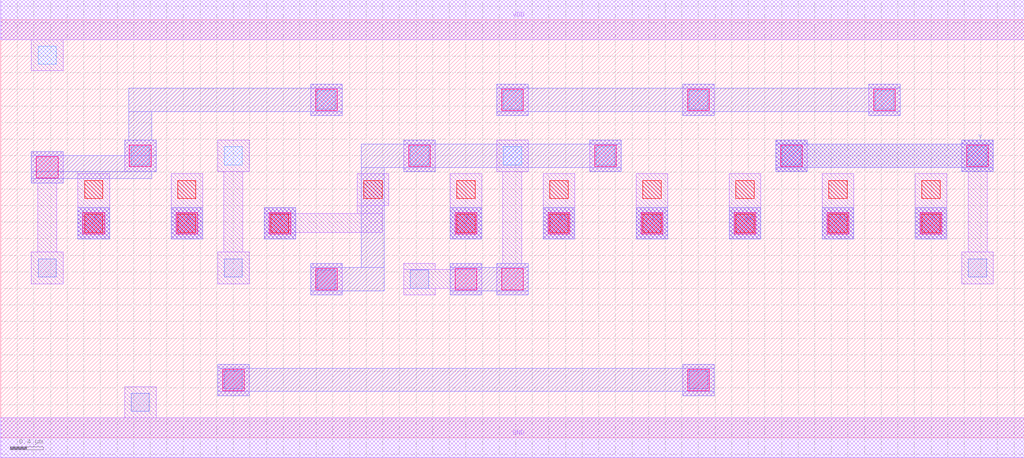
<source format=lef>
MACRO AAOAOI33111
 CLASS CORE ;
 FOREIGN AAOAOI33111 0 0 ;
 SIZE 12.32 BY 5.04 ;
 ORIGIN 0 0 ;
 SYMMETRY X Y R90 ;
 SITE unit ;
  PIN VDD
   DIRECTION INOUT ;
   USE POWER ;
   SHAPE ABUTMENT ;
    PORT
     CLASS CORE ;
       LAYER met1 ;
        RECT 0.00000000 4.80000000 12.32000000 5.28000000 ;
    END
  END VDD

  PIN GND
   DIRECTION INOUT ;
   USE POWER ;
   SHAPE ABUTMENT ;
    PORT
     CLASS CORE ;
       LAYER met1 ;
        RECT 0.00000000 -0.24000000 12.32000000 0.24000000 ;
    END
  END GND

  PIN Y
   DIRECTION INOUT ;
   USE SIGNAL ;
   SHAPE ABUTMENT ;
    PORT
     CLASS CORE ;
       LAYER met2 ;
        RECT 9.33000000 3.20700000 9.71000000 3.25700000 ;
        RECT 11.57000000 3.20700000 11.95000000 3.25700000 ;
        RECT 9.33000000 3.25700000 11.95000000 3.53700000 ;
        RECT 9.33000000 3.53700000 9.71000000 3.58700000 ;
        RECT 11.57000000 3.53700000 11.95000000 3.58700000 ;
    END
  END Y

  PIN A
   DIRECTION INOUT ;
   USE SIGNAL ;
   SHAPE ABUTMENT ;
    PORT
     CLASS CORE ;
       LAYER met2 ;
        RECT 11.01000000 2.39700000 11.39000000 2.77700000 ;
    END
  END A

  PIN B2
   DIRECTION INOUT ;
   USE SIGNAL ;
   SHAPE ABUTMENT ;
    PORT
     CLASS CORE ;
       LAYER met2 ;
        RECT 7.65000000 2.39700000 8.03000000 2.77700000 ;
    END
  END B2

  PIN A1
   DIRECTION INOUT ;
   USE SIGNAL ;
   SHAPE ABUTMENT ;
    PORT
     CLASS CORE ;
       LAYER met2 ;
        RECT 9.89000000 2.39700000 10.27000000 2.77700000 ;
    END
  END A1

  PIN C
   DIRECTION INOUT ;
   USE SIGNAL ;
   SHAPE ABUTMENT ;
    PORT
     CLASS CORE ;
       LAYER met2 ;
        RECT 3.17000000 2.39700000 3.55000000 2.77700000 ;
    END
  END C

  PIN B1
   DIRECTION INOUT ;
   USE SIGNAL ;
   SHAPE ABUTMENT ;
    PORT
     CLASS CORE ;
       LAYER met2 ;
        RECT 6.53000000 2.39700000 6.91000000 2.77700000 ;
    END
  END B1

  PIN E
   DIRECTION INOUT ;
   USE SIGNAL ;
   SHAPE ABUTMENT ;
    PORT
     CLASS CORE ;
       LAYER met2 ;
        RECT 0.93000000 2.39700000 1.31000000 2.77700000 ;
    END
  END E

  PIN A2
   DIRECTION INOUT ;
   USE SIGNAL ;
   SHAPE ABUTMENT ;
    PORT
     CLASS CORE ;
       LAYER met2 ;
        RECT 8.77000000 2.39700000 9.15000000 2.77700000 ;
    END
  END A2

  PIN D
   DIRECTION INOUT ;
   USE SIGNAL ;
   SHAPE ABUTMENT ;
    PORT
     CLASS CORE ;
       LAYER met2 ;
        RECT 2.05000000 2.39700000 2.43000000 2.77700000 ;
    END
  END D

  PIN B
   DIRECTION INOUT ;
   USE SIGNAL ;
   SHAPE ABUTMENT ;
    PORT
     CLASS CORE ;
       LAYER met2 ;
        RECT 5.41000000 2.39700000 5.79000000 2.77700000 ;
    END
  END B

 OBS
    LAYER polycont ;
     RECT 1.01000000 2.47700000 1.23000000 2.69700000 ;
     RECT 2.13000000 2.47700000 2.35000000 2.69700000 ;
     RECT 3.25000000 2.47700000 3.47000000 2.69700000 ;
     RECT 5.49000000 2.47700000 5.71000000 2.69700000 ;
     RECT 6.61000000 2.47700000 6.83000000 2.69700000 ;
     RECT 7.73000000 2.47700000 7.95000000 2.69700000 ;
     RECT 8.85000000 2.47700000 9.07000000 2.69700000 ;
     RECT 9.97000000 2.47700000 10.19000000 2.69700000 ;
     RECT 11.09000000 2.47700000 11.31000000 2.69700000 ;
     RECT 1.01000000 2.88200000 1.23000000 3.10200000 ;
     RECT 2.13000000 2.88200000 2.35000000 3.10200000 ;
     RECT 4.37000000 2.88200000 4.59000000 3.10200000 ;
     RECT 5.49000000 2.88200000 5.71000000 3.10200000 ;
     RECT 6.61000000 2.88200000 6.83000000 3.10200000 ;
     RECT 7.73000000 2.88200000 7.95000000 3.10200000 ;
     RECT 8.85000000 2.88200000 9.07000000 3.10200000 ;
     RECT 9.97000000 2.88200000 10.19000000 3.10200000 ;
     RECT 11.09000000 2.88200000 11.31000000 3.10200000 ;

    LAYER pdiffc ;
     RECT 1.57000000 3.28700000 1.79000000 3.50700000 ;
     RECT 2.69000000 3.28700000 2.91000000 3.50700000 ;
     RECT 4.93000000 3.28700000 5.15000000 3.50700000 ;
     RECT 6.05000000 3.28700000 6.27000000 3.50700000 ;
     RECT 7.17000000 3.28700000 7.39000000 3.50700000 ;
     RECT 9.41000000 3.28700000 9.63000000 3.50700000 ;
     RECT 11.65000000 3.28700000 11.87000000 3.50700000 ;
     RECT 3.81000000 3.96200000 4.03000000 4.18200000 ;
     RECT 6.05000000 3.96200000 6.27000000 4.18200000 ;
     RECT 8.29000000 3.96200000 8.51000000 4.18200000 ;
     RECT 10.53000000 3.96200000 10.75000000 4.18200000 ;
     RECT 0.45000000 4.50200000 0.67000000 4.72200000 ;

    LAYER ndiffc ;
     RECT 1.57000000 0.31700000 1.79000000 0.53700000 ;
     RECT 2.69000000 0.58700000 2.91000000 0.80700000 ;
     RECT 8.29000000 0.58700000 8.51000000 0.80700000 ;
     RECT 3.81000000 1.80200000 4.03000000 2.02200000 ;
     RECT 4.93000000 1.80200000 5.15000000 2.02200000 ;
     RECT 0.45000000 1.93700000 0.67000000 2.15700000 ;
     RECT 2.69000000 1.93700000 2.91000000 2.15700000 ;
     RECT 11.65000000 1.93700000 11.87000000 2.15700000 ;

    LAYER met1 ;
     RECT 0.00000000 -0.24000000 12.32000000 0.24000000 ;
     RECT 1.49000000 0.24000000 1.87000000 0.61700000 ;
     RECT 2.61000000 0.50700000 2.99000000 0.88700000 ;
     RECT 8.21000000 0.50700000 8.59000000 0.88700000 ;
     RECT 3.73000000 1.72200000 4.11000000 2.10200000 ;
     RECT 4.85000000 1.72200000 5.23000000 1.79700000 ;
     RECT 5.41000000 1.72200000 5.79000000 1.79700000 ;
     RECT 4.85000000 1.79700000 5.79000000 2.02700000 ;
     RECT 4.85000000 2.02700000 5.23000000 2.10200000 ;
     RECT 5.41000000 2.02700000 5.79000000 2.10200000 ;
     RECT 0.93000000 2.39700000 1.31000000 3.18200000 ;
     RECT 2.05000000 2.39700000 2.43000000 3.18200000 ;
     RECT 3.17000000 2.39700000 3.55000000 2.47200000 ;
     RECT 3.17000000 2.47200000 4.59500000 2.70200000 ;
     RECT 3.17000000 2.70200000 3.55000000 2.77700000 ;
     RECT 4.29000000 2.70200000 4.59500000 2.80200000 ;
     RECT 4.29000000 2.80200000 4.67000000 3.18200000 ;
     RECT 5.41000000 2.39700000 5.79000000 3.18200000 ;
     RECT 6.53000000 2.39700000 6.91000000 3.18200000 ;
     RECT 7.65000000 2.39700000 8.03000000 3.18200000 ;
     RECT 8.77000000 2.39700000 9.15000000 3.18200000 ;
     RECT 9.89000000 2.39700000 10.27000000 3.18200000 ;
     RECT 11.01000000 2.39700000 11.39000000 3.18200000 ;
     RECT 0.37000000 1.85700000 0.75000000 2.23700000 ;
     RECT 0.44500000 2.23700000 0.67500000 3.07200000 ;
     RECT 0.37000000 3.07200000 0.75000000 3.45200000 ;
     RECT 1.49000000 3.20700000 1.87000000 3.58700000 ;
     RECT 2.61000000 1.85700000 2.99000000 2.23700000 ;
     RECT 2.68500000 2.23700000 2.91500000 3.20700000 ;
     RECT 2.61000000 3.20700000 2.99000000 3.58700000 ;
     RECT 4.85000000 3.20700000 5.23000000 3.58700000 ;
     RECT 5.97000000 1.72200000 6.35000000 2.10200000 ;
     RECT 6.04500000 2.10200000 6.27500000 3.20700000 ;
     RECT 5.97000000 3.20700000 6.35000000 3.58700000 ;
     RECT 7.09000000 3.20700000 7.47000000 3.58700000 ;
     RECT 9.33000000 3.20700000 9.71000000 3.58700000 ;
     RECT 11.57000000 1.85700000 11.95000000 2.23700000 ;
     RECT 11.64500000 2.23700000 11.87500000 3.20700000 ;
     RECT 11.57000000 3.20700000 11.95000000 3.58700000 ;
     RECT 3.73000000 3.88200000 4.11000000 4.26200000 ;
     RECT 5.97000000 3.88200000 6.35000000 4.26200000 ;
     RECT 8.21000000 3.88200000 8.59000000 4.26200000 ;
     RECT 10.45000000 3.88200000 10.83000000 4.26200000 ;
     RECT 0.37000000 4.42200000 0.75000000 4.80000000 ;
     RECT 0.00000000 4.80000000 12.32000000 5.28000000 ;

    LAYER via1 ;
     RECT 2.67000000 0.56700000 2.93000000 0.82700000 ;
     RECT 8.27000000 0.56700000 8.53000000 0.82700000 ;
     RECT 3.79000000 1.78200000 4.05000000 2.04200000 ;
     RECT 5.47000000 1.78200000 5.73000000 2.04200000 ;
     RECT 6.03000000 1.78200000 6.29000000 2.04200000 ;
     RECT 0.99000000 2.45700000 1.25000000 2.71700000 ;
     RECT 2.11000000 2.45700000 2.37000000 2.71700000 ;
     RECT 3.23000000 2.45700000 3.49000000 2.71700000 ;
     RECT 5.47000000 2.45700000 5.73000000 2.71700000 ;
     RECT 6.59000000 2.45700000 6.85000000 2.71700000 ;
     RECT 7.71000000 2.45700000 7.97000000 2.71700000 ;
     RECT 8.83000000 2.45700000 9.09000000 2.71700000 ;
     RECT 9.95000000 2.45700000 10.21000000 2.71700000 ;
     RECT 11.07000000 2.45700000 11.33000000 2.71700000 ;
     RECT 0.43000000 3.13200000 0.69000000 3.39200000 ;
     RECT 1.55000000 3.26700000 1.81000000 3.52700000 ;
     RECT 4.91000000 3.26700000 5.17000000 3.52700000 ;
     RECT 7.15000000 3.26700000 7.41000000 3.52700000 ;
     RECT 9.39000000 3.26700000 9.65000000 3.52700000 ;
     RECT 11.63000000 3.26700000 11.89000000 3.52700000 ;
     RECT 3.79000000 3.94200000 4.05000000 4.20200000 ;
     RECT 6.03000000 3.94200000 6.29000000 4.20200000 ;
     RECT 8.27000000 3.94200000 8.53000000 4.20200000 ;
     RECT 10.51000000 3.94200000 10.77000000 4.20200000 ;

    LAYER met2 ;
     RECT 2.61000000 0.50700000 2.99000000 0.55700000 ;
     RECT 8.21000000 0.50700000 8.59000000 0.55700000 ;
     RECT 2.61000000 0.55700000 8.59000000 0.83700000 ;
     RECT 2.61000000 0.83700000 2.99000000 0.88700000 ;
     RECT 8.21000000 0.83700000 8.59000000 0.88700000 ;
     RECT 5.41000000 1.72200000 5.79000000 1.77200000 ;
     RECT 5.97000000 1.72200000 6.35000000 1.77200000 ;
     RECT 5.41000000 1.77200000 6.35000000 2.05200000 ;
     RECT 5.41000000 2.05200000 5.79000000 2.10200000 ;
     RECT 5.97000000 2.05200000 6.35000000 2.10200000 ;
     RECT 0.93000000 2.39700000 1.31000000 2.77700000 ;
     RECT 2.05000000 2.39700000 2.43000000 2.77700000 ;
     RECT 3.17000000 2.39700000 3.55000000 2.77700000 ;
     RECT 5.41000000 2.39700000 5.79000000 2.77700000 ;
     RECT 6.53000000 2.39700000 6.91000000 2.77700000 ;
     RECT 7.65000000 2.39700000 8.03000000 2.77700000 ;
     RECT 8.77000000 2.39700000 9.15000000 2.77700000 ;
     RECT 9.89000000 2.39700000 10.27000000 2.77700000 ;
     RECT 11.01000000 2.39700000 11.39000000 2.77700000 ;
     RECT 3.73000000 1.72200000 4.11000000 1.77200000 ;
     RECT 3.73000000 1.77200000 4.62000000 2.05200000 ;
     RECT 3.73000000 2.05200000 4.11000000 2.10200000 ;
     RECT 4.34000000 2.05200000 4.62000000 3.25700000 ;
     RECT 4.85000000 3.20700000 5.23000000 3.25700000 ;
     RECT 7.09000000 3.20700000 7.47000000 3.25700000 ;
     RECT 4.34000000 3.25700000 7.47000000 3.53700000 ;
     RECT 4.85000000 3.53700000 5.23000000 3.58700000 ;
     RECT 7.09000000 3.53700000 7.47000000 3.58700000 ;
     RECT 9.33000000 3.20700000 9.71000000 3.25700000 ;
     RECT 11.57000000 3.20700000 11.95000000 3.25700000 ;
     RECT 9.33000000 3.25700000 11.95000000 3.53700000 ;
     RECT 9.33000000 3.53700000 9.71000000 3.58700000 ;
     RECT 11.57000000 3.53700000 11.95000000 3.58700000 ;
     RECT 0.37000000 3.07200000 0.75000000 3.12200000 ;
     RECT 0.37000000 3.12200000 1.82000000 3.20700000 ;
     RECT 0.37000000 3.20700000 1.87000000 3.40200000 ;
     RECT 0.37000000 3.40200000 0.75000000 3.45200000 ;
     RECT 1.49000000 3.40200000 1.87000000 3.58700000 ;
     RECT 1.54000000 3.58700000 1.82000000 3.93200000 ;
     RECT 3.73000000 3.88200000 4.11000000 3.93200000 ;
     RECT 1.54000000 3.93200000 4.11000000 4.21200000 ;
     RECT 3.73000000 4.21200000 4.11000000 4.26200000 ;
     RECT 5.97000000 3.88200000 6.35000000 3.93200000 ;
     RECT 8.21000000 3.88200000 8.59000000 3.93200000 ;
     RECT 10.45000000 3.88200000 10.83000000 3.93200000 ;
     RECT 5.97000000 3.93200000 10.83000000 4.21200000 ;
     RECT 5.97000000 4.21200000 6.35000000 4.26200000 ;
     RECT 8.21000000 4.21200000 8.59000000 4.26200000 ;
     RECT 10.45000000 4.21200000 10.83000000 4.26200000 ;

 END
END AAOAOI33111

</source>
